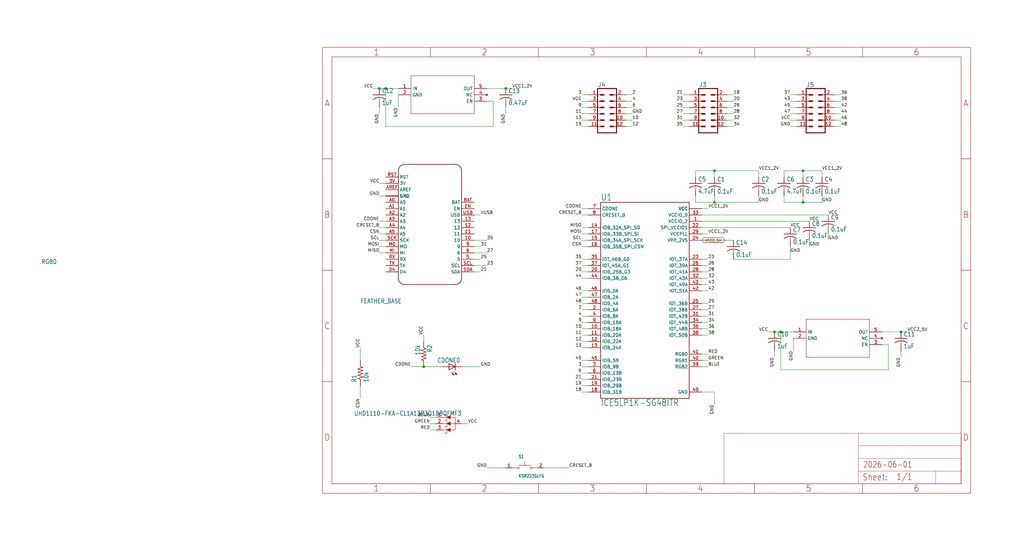
<source format=kicad_sch>
(kicad_sch (version 20231120) (generator "eeschema") (generator_version "8.0")
  (paper "User" 411.378 217.322)
  (lib_symbols
    (symbol "Lattice FPGA feather wing-eagle-import:A4L-LOC"
      (symbol "A4L-LOC_1_0"
        (polyline (pts (xy 0 44.7675) (xy 3.81 44.7675)))
        (polyline (pts (xy 0 89.535) (xy 3.81 89.535)))
        (polyline (pts (xy 0 134.3025) (xy 3.81 134.3025)))
        (polyline (pts (xy 3.81 3.81) (xy 3.81 175.26)))
        (polyline (pts (xy 43.3917 0) (xy 43.3917 3.81)))
        (polyline (pts (xy 43.3917 175.26) (xy 43.3917 179.07)))
        (polyline (pts (xy 86.7833 0) (xy 86.7833 3.81)))
        (polyline (pts (xy 86.7833 175.26) (xy 86.7833 179.07)))
        (polyline (pts (xy 130.175 0) (xy 130.175 3.81)))
        (polyline (pts (xy 130.175 175.26) (xy 130.175 179.07)))
        (polyline (pts (xy 161.29 3.81) (xy 161.29 24.13)) (stroke (width 0.1016)))
        (polyline (pts (xy 161.29 24.13) (xy 215.265 24.13)) (stroke (width 0.1016)))
        (polyline (pts (xy 173.5667 0) (xy 173.5667 3.81)))
        (polyline (pts (xy 173.5667 175.26) (xy 173.5667 179.07)))
        (polyline (pts (xy 215.265 8.89) (xy 215.265 3.81)) (stroke (width 0.1016)))
        (polyline (pts (xy 215.265 8.89) (xy 215.265 13.97)) (stroke (width 0.1016)))
        (polyline (pts (xy 215.265 13.97) (xy 215.265 19.05)) (stroke (width 0.1016)))
        (polyline (pts (xy 215.265 13.97) (xy 256.54 13.97)) (stroke (width 0.1016)))
        (polyline (pts (xy 215.265 19.05) (xy 215.265 24.13)) (stroke (width 0.1016)))
        (polyline (pts (xy 215.265 19.05) (xy 256.54 19.05)) (stroke (width 0.1016)))
        (polyline (pts (xy 215.265 24.13) (xy 256.54 24.13)) (stroke (width 0.1016)))
        (polyline (pts (xy 216.9583 0) (xy 216.9583 3.81)))
        (polyline (pts (xy 216.9583 175.26) (xy 216.9583 179.07)))
        (polyline (pts (xy 246.38 3.81) (xy 246.38 8.89)) (stroke (width 0.1016)))
        (polyline (pts (xy 246.38 8.89) (xy 215.265 8.89)) (stroke (width 0.1016)))
        (polyline (pts (xy 246.38 8.89) (xy 256.54 8.89)) (stroke (width 0.1016)))
        (polyline (pts (xy 256.54 3.81) (xy 3.81 3.81)))
        (polyline (pts (xy 256.54 3.81) (xy 256.54 8.89)) (stroke (width 0.1016)))
        (polyline (pts (xy 256.54 3.81) (xy 256.54 175.26)))
        (polyline (pts (xy 256.54 8.89) (xy 256.54 13.97)) (stroke (width 0.1016)))
        (polyline (pts (xy 256.54 13.97) (xy 256.54 19.05)) (stroke (width 0.1016)))
        (polyline (pts (xy 256.54 19.05) (xy 256.54 24.13)) (stroke (width 0.1016)))
        (polyline (pts (xy 256.54 44.7675) (xy 260.35 44.7675)))
        (polyline (pts (xy 256.54 89.535) (xy 260.35 89.535)))
        (polyline (pts (xy 256.54 134.3025) (xy 260.35 134.3025)))
        (polyline (pts (xy 256.54 175.26) (xy 3.81 175.26)))
        (polyline (pts (xy 0 0) (xy 260.35 0) (xy 260.35 179.07) (xy 0 179.07) (xy 0 0)))
        (text "${#}/${##}" (at 230.505 5.08 0) (effects (font (size 2.54 2.159)) (justify left bottom)))
        (text "${CURRENT_DATE}" (at 217.17 10.16 0) (effects (font (size 2.286 1.9431)) (justify left bottom)))
        (text "${PROJECTNAME}" (at 217.17 15.24 0) (effects (font (size 2.54 2.159)) (justify left bottom)))
        (text "1" (at 21.6958 1.905 0) (effects (font (size 2.54 2.286))))
        (text "1" (at 21.6958 177.165 0) (effects (font (size 2.54 2.286))))
        (text "2" (at 65.0875 1.905 0) (effects (font (size 2.54 2.286))))
        (text "2" (at 65.0875 177.165 0) (effects (font (size 2.54 2.286))))
        (text "3" (at 108.4792 1.905 0) (effects (font (size 2.54 2.286))))
        (text "3" (at 108.4792 177.165 0) (effects (font (size 2.54 2.286))))
        (text "4" (at 151.8708 1.905 0) (effects (font (size 2.54 2.286))))
        (text "4" (at 151.8708 177.165 0) (effects (font (size 2.54 2.286))))
        (text "5" (at 195.2625 1.905 0) (effects (font (size 2.54 2.286))))
        (text "5" (at 195.2625 177.165 0) (effects (font (size 2.54 2.286))))
        (text "6" (at 238.6542 1.905 0) (effects (font (size 2.54 2.286))))
        (text "6" (at 238.6542 177.165 0) (effects (font (size 2.54 2.286))))
        (text "A" (at 1.905 156.6863 0) (effects (font (size 2.54 2.286))))
        (text "A" (at 258.445 156.6863 0) (effects (font (size 2.54 2.286))))
        (text "B" (at 1.905 111.9188 0) (effects (font (size 2.54 2.286))))
        (text "B" (at 258.445 111.9188 0) (effects (font (size 2.54 2.286))))
        (text "C" (at 1.905 67.1513 0) (effects (font (size 2.54 2.286))))
        (text "C" (at 258.445 67.1513 0) (effects (font (size 2.54 2.286))))
        (text "D" (at 1.905 22.3838 0) (effects (font (size 2.54 2.286))))
        (text "D" (at 258.445 22.3838 0) (effects (font (size 2.54 2.286))))
        (text "Sheet:" (at 216.916 4.953 0) (effects (font (size 2.54 2.159)) (justify left bottom)))
      )
    )
    (symbol "Lattice FPGA feather wing-eagle-import:C-USC0402"
      (property "Reference" "C" (at 1.016 0.635 0))
      (symbol "C-USC0402_1_0"
        (arc (start 0 -1.0161) (mid -1.302 -1.2303) (end -2.4668 -1.8504) (stroke (width 0.254)))
        (polyline (pts (xy -2.54 0) (xy 2.54 0)) (stroke (width 0.254)))
        (polyline (pts (xy 0 -1.016) (xy 0 -2.54)) (stroke (width 0.1524)))
        (arc (start 2.4892 -1.8541) (mid 1.3158 -1.2194) (end 0 -1) (stroke (width 0.254)))
        (pin passive line (at 0 2.54 270) (length 2.54) (name "1") (number "1"))
        (pin passive line (at 0 -5.08 90) (length 2.54) (name "2") (number "2"))
      )
    )
    (symbol "Lattice FPGA feather wing-eagle-import:C-USC0603"
      (property "Reference" "C" (at 1.016 0.635 0))
      (symbol "C-USC0603_1_0"
        (arc (start 0 -1.0161) (mid -1.302 -1.2303) (end -2.4668 -1.8504) (stroke (width 0.254)))
        (polyline (pts (xy -2.54 0) (xy 2.54 0)) (stroke (width 0.254)))
        (polyline (pts (xy 0 -1.016) (xy 0 -2.54)) (stroke (width 0.1524)))
        (arc (start 2.4892 -1.8541) (mid 1.3158 -1.2194) (end 0 -1) (stroke (width 0.254)))
        (pin passive line (at 0 2.54 270) (length 2.54) (name "1") (number "1"))
        (pin passive line (at 0 -5.08 90) (length 2.54) (name "2") (number "2"))
      )
    )
    (symbol "Lattice FPGA feather wing-eagle-import:CONN_06X2NO_SILK"
      (property "Reference" "J" (at -1.27 15.748 0))
      (symbol "CONN_06X2NO_SILK_1_0"
        (polyline (pts (xy -1.27 15.24) (xy -1.27 -2.54)) (stroke (width 0.4064)))
        (polyline (pts (xy -1.27 15.24) (xy 6.35 15.24)) (stroke (width 0.4064)))
        (polyline (pts (xy 1.27 0) (xy 0 0)) (stroke (width 0.6096)))
        (polyline (pts (xy 1.27 2.54) (xy 0 2.54)) (stroke (width 0.6096)))
        (polyline (pts (xy 1.27 5.08) (xy 0 5.08)) (stroke (width 0.6096)))
        (polyline (pts (xy 1.27 7.62) (xy 0 7.62)) (stroke (width 0.6096)))
        (polyline (pts (xy 1.27 10.16) (xy 0 10.16)) (stroke (width 0.6096)))
        (polyline (pts (xy 1.27 12.7) (xy 0 12.7)) (stroke (width 0.6096)))
        (polyline (pts (xy 3.81 0) (xy 5.08 0)) (stroke (width 0.6096)))
        (polyline (pts (xy 3.81 2.54) (xy 5.08 2.54)) (stroke (width 0.6096)))
        (polyline (pts (xy 3.81 5.08) (xy 5.08 5.08)) (stroke (width 0.6096)))
        (polyline (pts (xy 3.81 7.62) (xy 5.08 7.62)) (stroke (width 0.6096)))
        (polyline (pts (xy 3.81 10.16) (xy 5.08 10.16)) (stroke (width 0.6096)))
        (polyline (pts (xy 3.81 12.7) (xy 5.08 12.7)) (stroke (width 0.6096)))
        (polyline (pts (xy 6.35 -2.54) (xy -1.27 -2.54)) (stroke (width 0.4064)))
        (polyline (pts (xy 6.35 -2.54) (xy 6.35 15.24)) (stroke (width 0.4064)))
        (pin passive line (at -5.08 12.7 0) (length 5.08) (name "1") (number "1"))
        (pin passive line (at 10.16 2.54 180) (length 5.08) (name "10") (number "10"))
        (pin passive line (at -5.08 0 0) (length 5.08) (name "11") (number "11"))
        (pin passive line (at 10.16 0 180) (length 5.08) (name "12") (number "12"))
        (pin passive line (at 10.16 12.7 180) (length 5.08) (name "2") (number "2"))
        (pin passive line (at -5.08 10.16 0) (length 5.08) (name "3") (number "3"))
        (pin passive line (at 10.16 10.16 180) (length 5.08) (name "4") (number "4"))
        (pin passive line (at -5.08 7.62 0) (length 5.08) (name "5") (number "5"))
        (pin passive line (at 10.16 7.62 180) (length 5.08) (name "6") (number "6"))
        (pin passive line (at -5.08 5.08 0) (length 5.08) (name "7") (number "7"))
        (pin passive line (at 10.16 5.08 180) (length 5.08) (name "8") (number "8"))
        (pin passive line (at -5.08 2.54 0) (length 5.08) (name "9") (number "9"))
      )
    )
    (symbol "Lattice FPGA feather wing-eagle-import:FEATHER_BASE"
      (symbol "FEATHER_BASE_1_0"
        (arc (start -12.7 -17.78) (mid -11.9561 -19.5761) (end -10.16 -20.32) (stroke (width 0.254)))
        (arc (start -10.16 27.94) (mid -11.9561 27.1961) (end -12.7 25.4) (stroke (width 0.254)))
        (polyline (pts (xy -12.7 -17.78) (xy -12.7 25.4)) (stroke (width 0.254)))
        (polyline (pts (xy -10.16 27.94) (xy 10.16 27.94)) (stroke (width 0.254)))
        (polyline (pts (xy 10.16 -20.32) (xy -10.16 -20.32)) (stroke (width 0.254)))
        (polyline (pts (xy 12.7 25.4) (xy 12.7 -17.78)) (stroke (width 0.254)))
        (arc (start 10.16 -20.32) (mid 11.9561 -19.5761) (end 12.7 -17.78) (stroke (width 0.254)))
        (arc (start 12.7 25.4) (mid 11.9561 27.1961) (end 10.16 27.94) (stroke (width 0.254)))
        (pin bidirectional line (at 17.78 -2.54 180) (length 5.08) (name "10") (number "10"))
        (pin bidirectional line (at 17.78 0 180) (length 5.08) (name "11") (number "11"))
        (pin bidirectional line (at 17.78 2.54 180) (length 5.08) (name "12") (number "12"))
        (pin bidirectional line (at 17.78 5.08 180) (length 5.08) (name "13") (number "13"))
        (pin bidirectional line (at -17.78 20.32 0) (length 5.08) (name "3V") (number "3V"))
        (pin bidirectional line (at 17.78 -10.16 180) (length 5.08) (name "5") (number "5"))
        (pin bidirectional line (at 17.78 -7.62 180) (length 5.08) (name "6") (number "6"))
        (pin bidirectional line (at 17.78 -5.08 180) (length 5.08) (name "9") (number "9"))
        (pin bidirectional line (at -17.78 12.7 0) (length 5.08) (name "A0") (number "A0"))
        (pin bidirectional line (at -17.78 10.16 0) (length 5.08) (name "A1") (number "A1"))
        (pin bidirectional line (at -17.78 7.62 0) (length 5.08) (name "A2") (number "A2"))
        (pin bidirectional line (at -17.78 5.08 0) (length 5.08) (name "A3") (number "A3"))
        (pin bidirectional line (at -17.78 2.54 0) (length 5.08) (name "A4") (number "A4"))
        (pin bidirectional line (at -17.78 0 0) (length 5.08) (name "A5") (number "A5"))
        (pin bidirectional line (at -17.78 17.78 0) (length 5.08) (name "AREF") (number "AREF"))
        (pin bidirectional line (at 17.78 12.7 180) (length 5.08) (name "BAT") (number "BAT"))
        (pin bidirectional line (at -17.78 -15.24 0) (length 5.08) (name "D4") (number "D4"))
        (pin bidirectional line (at 17.78 10.16 180) (length 5.08) (name "EN") (number "EN"))
        (pin bidirectional line (at -17.78 15.24 0) (length 5.08) (name "GND") (number "GND"))
        (pin bidirectional line (at -17.78 -5.08 0) (length 5.08) (name "MO") (number "M0"))
        (pin bidirectional line (at -17.78 -7.62 0) (length 5.08) (name "MI") (number "MI"))
        (pin bidirectional line (at -17.78 15.24 0) (length 5.08) (name "GND") (number "P$1"))
        (pin bidirectional line (at -17.78 15.24 0) (length 5.08) (name "GND") (number "P$2"))
        (pin bidirectional line (at -17.78 22.86 0) (length 5.08) (name "RST") (number "RST"))
        (pin bidirectional line (at -17.78 -10.16 0) (length 5.08) (name "RX") (number "RX"))
        (pin bidirectional line (at -17.78 -2.54 0) (length 5.08) (name "SCK") (number "SCK"))
        (pin bidirectional line (at 17.78 -12.7 180) (length 5.08) (name "SCL") (number "SCL"))
        (pin bidirectional line (at 17.78 -15.24 180) (length 5.08) (name "SDA") (number "SDA"))
        (pin bidirectional line (at -17.78 -12.7 0) (length 5.08) (name "TX") (number "TX"))
        (pin bidirectional line (at 17.78 7.62 180) (length 5.08) (name "USB") (number "USB"))
      )
    )
    (symbol "Lattice FPGA feather wing-eagle-import:ICE5LP1K-SG48ITR"
      (property "Reference" "U" (at -17.8404 41.2876 0))
      (symbol "ICE5LP1K-SG48ITR_1_0"
        (polyline (pts (xy -17.78 -38.1) (xy -17.78 40.64)) (stroke (width 0.254)))
        (polyline (pts (xy -17.78 40.64) (xy 17.78 40.64)) (stroke (width 0.254)))
        (polyline (pts (xy 17.78 -38.1) (xy -17.78 -38.1)) (stroke (width 0.254)))
        (polyline (pts (xy 17.78 40.64) (xy 17.78 -38.1)) (stroke (width 0.254)))
        (pin power_in line (at 22.86 33.02 180) (length 5.08) (name "VCCIO_2") (number "1"))
        (pin bidirectional line (at -22.86 -10.16 0) (length 5.08) (name "IOB_18A") (number "10"))
        (pin bidirectional line (at -22.86 -12.7 0) (length 5.08) (name "IOB_20A") (number "11"))
        (pin bidirectional line (at -22.86 -15.24 0) (length 5.08) (name "IOB_22A") (number "12"))
        (pin bidirectional line (at -22.86 -17.78 0) (length 5.08) (name "IOB_24A") (number "13"))
        (pin bidirectional line (at -22.86 30.48 0) (length 5.08) (name "IOB_32A_SPI_SO") (number "14"))
        (pin bidirectional line (at -22.86 25.4 0) (length 5.08) (name "IOB_34A_SPI_SCK") (number "15"))
        (pin bidirectional line (at -22.86 22.86 0) (length 5.08) (name "IOB_35B_SPI_CSN") (number "16"))
        (pin bidirectional line (at -22.86 27.94 0) (length 5.08) (name "IOB_33B_SPI_SI") (number "17"))
        (pin bidirectional line (at -22.86 -35.56 0) (length 5.08) (name "IOB_31B") (number "18"))
        (pin bidirectional line (at -22.86 -33.02 0) (length 5.08) (name "IOB_29B") (number "19"))
        (pin bidirectional line (at -22.86 -2.54 0) (length 5.08) (name "IOB_6A") (number "2"))
        (pin bidirectional line (at -22.86 12.7 0) (length 5.08) (name "IOB_25B_G3") (number "20"))
        (pin bidirectional line (at -22.86 -30.48 0) (length 5.08) (name "IOB_23B") (number "21"))
        (pin power_in line (at 22.86 30.48 180) (length 5.08) (name "SPI_VCCIO1") (number "22"))
        (pin bidirectional line (at 22.86 17.78 180) (length 5.08) (name "IOT_37A") (number "23"))
        (pin power_in line (at 22.86 25.4 180) (length 5.08) (name "VPP_2V5") (number "24"))
        (pin bidirectional line (at 22.86 0 180) (length 5.08) (name "IOT_36B") (number "25"))
        (pin bidirectional line (at 22.86 15.24 180) (length 5.08) (name "IOT_39A") (number "26"))
        (pin bidirectional line (at 22.86 -2.54 180) (length 5.08) (name "IOT_38B") (number "27"))
        (pin bidirectional line (at 22.86 12.7 180) (length 5.08) (name "IOT_41A") (number "28"))
        (pin power_in line (at 22.86 27.94 180) (length 5.08) (name "VCCPLL") (number "29"))
        (pin bidirectional line (at -22.86 -25.4 0) (length 5.08) (name "IOB_9B") (number "3"))
        (pin power_in line (at 22.86 38.1 180) (length 5.08) (name "VCC") (number "30"))
        (pin bidirectional line (at 22.86 -5.08 180) (length 5.08) (name "IOT_42B") (number "31"))
        (pin bidirectional line (at 22.86 10.16 180) (length 5.08) (name "IOT_43A") (number "32"))
        (pin power_in line (at 22.86 35.56 180) (length 5.08) (name "VCCIO_0") (number "33"))
        (pin bidirectional line (at 22.86 -7.62 180) (length 5.08) (name "IOT_44B") (number "34"))
        (pin bidirectional line (at -22.86 17.78 0) (length 5.08) (name "IOT_46B_G0") (number "35"))
        (pin bidirectional line (at 22.86 -10.16 180) (length 5.08) (name "IOT_48B") (number "36"))
        (pin bidirectional line (at -22.86 15.24 0) (length 5.08) (name "IOT_45A_G1") (number "37"))
        (pin bidirectional line (at 22.86 -12.7 180) (length 5.08) (name "IOT_50B") (number "38"))
        (pin passive line (at 22.86 -25.4 180) (length 5.08) (name "RGB2") (number "39"))
        (pin bidirectional line (at -22.86 -5.08 0) (length 5.08) (name "IOB_8A") (number "4"))
        (pin passive line (at 22.86 -22.86 180) (length 5.08) (name "RGB1") (number "40"))
        (pin passive line (at 22.86 -20.32 180) (length 5.08) (name "RGB0") (number "41"))
        (pin bidirectional line (at 22.86 5.08 180) (length 5.08) (name "IOT_51A") (number "42"))
        (pin bidirectional line (at 22.86 7.62 180) (length 5.08) (name "IOT_49A") (number "43"))
        (pin bidirectional line (at -22.86 10.16 0) (length 5.08) (name "IOB_3B_G6") (number "44"))
        (pin bidirectional line (at -22.86 -22.86 0) (length 5.08) (name "IOB_5B") (number "45"))
        (pin bidirectional line (at -22.86 5.08 0) (length 5.08) (name "IOB_0A") (number "46"))
        (pin bidirectional line (at -22.86 2.54 0) (length 5.08) (name "IOB_2A") (number "47"))
        (pin bidirectional line (at -22.86 0 0) (length 5.08) (name "IOB_4A") (number "48"))
        (pin power_in line (at 22.86 -35.56 180) (length 5.08) (name "GND") (number "49"))
        (pin power_in line (at 22.86 38.1 180) (length 5.08) (name "VCC") (number "5"))
        (pin bidirectional line (at -22.86 -27.94 0) (length 5.08) (name "IOB_13B") (number "6"))
        (pin input line (at -22.86 38.1 0) (length 5.08) (name "CDONE") (number "7"))
        (pin input line (at -22.86 35.56 0) (length 5.08) (name "CRESET_B") (number "8"))
        (pin bidirectional line (at -22.86 -7.62 0) (length 5.08) (name "IOB_16A") (number "9"))
      )
    )
    (symbol "Lattice FPGA feather wing-eagle-import:KSR223GLFG"
      (property "Reference" "S" (at -2.54 3.81 0))
      (symbol "KSR223GLFG_1_0"
        (circle (center -2.54 0) (radius 0.3302) (stroke (width 0.1524)))
        (polyline (pts (xy -5.08 0) (xy -2.921 0)) (stroke (width 0.1524)))
        (polyline (pts (xy -2.54 1.016) (xy 0 1.016)) (stroke (width 0.1524)))
        (polyline (pts (xy 0 1.016) (xy 2.54 1.016)) (stroke (width 0.1524)))
        (polyline (pts (xy 0 2.54) (xy 0 1.016)) (stroke (width 0.1524)))
        (polyline (pts (xy 5.08 0) (xy 2.921 0)) (stroke (width 0.1524)))
        (circle (center 2.54 0) (radius 0.3302) (stroke (width 0.1524)))
        (pin passive line (at -7.62 0 0) (length 2.54) (name "1") (number "1"))
        (pin passive line (at 7.62 0 180) (length 2.54) (name "2") (number "2"))
      )
    )
    (symbol "Lattice FPGA feather wing-eagle-import:LEDCHIP-LED0603"
      (property "Reference" "LED" (at 3.556 -4.572 90))
      (symbol "LEDCHIP-LED0603_1_0"
        (polyline (pts (xy -2.032 -0.762) (xy -3.429 -2.159)) (stroke (width 0.1524)))
        (polyline (pts (xy -1.905 -1.905) (xy -3.302 -3.302)) (stroke (width 0.1524)))
        (polyline (pts (xy 0 -2.54) (xy -1.27 -2.54)) (stroke (width 0.254)))
        (polyline (pts (xy 0 -2.54) (xy -1.27 0)) (stroke (width 0.254)))
        (polyline (pts (xy 0 0) (xy -1.27 0)) (stroke (width 0.254)))
        (polyline (pts (xy 0 0) (xy 0 -2.54)) (stroke (width 0.1524)))
        (polyline (pts (xy 1.27 -2.54) (xy 0 -2.54)) (stroke (width 0.254)))
        (polyline (pts (xy 1.27 0) (xy 0 -2.54)) (stroke (width 0.254)))
        (polyline (pts (xy 1.27 0) (xy 0 0)) (stroke (width 0.254)))
        (polyline (pts (xy -3.429 -2.159) (xy -3.048 -1.27) (xy -2.54 -1.778)) (stroke (width 0.1524)) (fill (type outline)))
        (polyline (pts (xy -3.302 -3.302) (xy -2.921 -2.413) (xy -2.413 -2.921)) (stroke (width 0.1524)) (fill (type outline)))
        (pin passive line (at 0 2.54 270) (length 2.54) (name "A") (number "A"))
        (pin passive line (at 0 -5.08 90) (length 2.54) (name "C") (number "C"))
      )
    )
    (symbol "Lattice FPGA feather wing-eagle-import:R-US_R0402"
      (property "Reference" "R" (at -3.81 1.4986 0))
      (symbol "R-US_R0402_1_0"
        (polyline (pts (xy -2.54 0) (xy -2.159 1.016)) (stroke (width 0.2032)))
        (polyline (pts (xy -2.159 1.016) (xy -1.524 -1.016)) (stroke (width 0.2032)))
        (polyline (pts (xy -1.524 -1.016) (xy -0.889 1.016)) (stroke (width 0.2032)))
        (polyline (pts (xy -0.889 1.016) (xy -0.254 -1.016)) (stroke (width 0.2032)))
        (polyline (pts (xy -0.254 -1.016) (xy 0.381 1.016)) (stroke (width 0.2032)))
        (polyline (pts (xy 0.381 1.016) (xy 1.016 -1.016)) (stroke (width 0.2032)))
        (polyline (pts (xy 1.016 -1.016) (xy 1.651 1.016)) (stroke (width 0.2032)))
        (polyline (pts (xy 1.651 1.016) (xy 2.286 -1.016)) (stroke (width 0.2032)))
        (polyline (pts (xy 2.286 -1.016) (xy 2.54 0)) (stroke (width 0.2032)))
        (pin passive line (at -5.08 0 0) (length 2.54) (name "1") (number "1"))
        (pin passive line (at 5.08 0 180) (length 2.54) (name "2") (number "2"))
      )
    )
    (symbol "Lattice FPGA feather wing-eagle-import:R-US_R0603"
      (property "Reference" "R" (at -3.81 1.4986 0))
      (symbol "R-US_R0603_1_0"
        (polyline (pts (xy -2.54 0) (xy -2.159 1.016)) (stroke (width 0.2032)))
        (polyline (pts (xy -2.159 1.016) (xy -1.524 -1.016)) (stroke (width 0.2032)))
        (polyline (pts (xy -1.524 -1.016) (xy -0.889 1.016)) (stroke (width 0.2032)))
        (polyline (pts (xy -0.889 1.016) (xy -0.254 -1.016)) (stroke (width 0.2032)))
        (polyline (pts (xy -0.254 -1.016) (xy 0.381 1.016)) (stroke (width 0.2032)))
        (polyline (pts (xy 0.381 1.016) (xy 1.016 -1.016)) (stroke (width 0.2032)))
        (polyline (pts (xy 1.016 -1.016) (xy 1.651 1.016)) (stroke (width 0.2032)))
        (polyline (pts (xy 1.651 1.016) (xy 2.286 -1.016)) (stroke (width 0.2032)))
        (polyline (pts (xy 2.286 -1.016) (xy 2.54 0)) (stroke (width 0.2032)))
        (pin passive line (at -5.08 0 0) (length 2.54) (name "1") (number "1"))
        (pin passive line (at 5.08 0 180) (length 2.54) (name "2") (number "2"))
      )
    )
    (symbol "Lattice FPGA feather wing-eagle-import:TLV75533PDBVRDBV5_TEX-L"
      (symbol "TLV75533PDBVRDBV5_TEX-L_1_0"
        (polyline (pts (xy 7.62 -10.16) (xy 33.02 -10.16)) (stroke (width 0.1524)))
        (polyline (pts (xy 7.62 5.08) (xy 7.62 -10.16)) (stroke (width 0.1524)))
        (polyline (pts (xy 33.02 -10.16) (xy 33.02 5.08)) (stroke (width 0.1524)))
        (polyline (pts (xy 33.02 5.08) (xy 7.62 5.08)) (stroke (width 0.1524)))
        (pin input line (at 2.54 0 0) (length 5.08) (name "IN") (number "1"))
        (pin power_in line (at 2.54 -2.54 0) (length 5.08) (name "GND") (number "2"))
        (pin input line (at 38.1 -5.08 180) (length 5.08) (name "EN") (number "3"))
        (pin no_connect line (at 38.1 -2.54 180) (length 5.08) (name "NC") (number "4"))
        (pin output line (at 38.1 0 180) (length 5.08) (name "OUT") (number "5"))
      )
    )
    (symbol "Lattice FPGA feather wing-eagle-import:UHD1110-FKA-CL1A13R3Q1BBQFMF3"
      (property "Reference" "D" (at -2.54 5.08 0))
      (symbol "UHD1110-FKA-CL1A13R3Q1BBQFMF3_1_0"
        (polyline (pts (xy 0 -2.54) (xy 0 0)) (stroke (width 0.1524)))
        (polyline (pts (xy 0 0) (xy 0 2.54)) (stroke (width 0.1524)))
        (polyline (pts (xy 2.032 -2.54) (xy 0 -2.54)) (stroke (width 0.1524)))
        (polyline (pts (xy 2.032 0) (xy 0 0)) (stroke (width 0.1524)))
        (polyline (pts (xy 2.032 2.54) (xy 0 2.54)) (stroke (width 0.1524)))
        (polyline (pts (xy 3.302 -3.302) (xy 3.302 -1.778)) (stroke (width 0.1524)))
        (polyline (pts (xy 3.302 -2.54) (xy 5.08 -2.54)) (stroke (width 0.1524)))
        (polyline (pts (xy 3.302 -0.762) (xy 3.302 0.762)) (stroke (width 0.1524)))
        (polyline (pts (xy 3.302 0) (xy 5.08 0)) (stroke (width 0.1524)))
        (polyline (pts (xy 3.302 1.778) (xy 3.302 3.302)) (stroke (width 0.1524)))
        (polyline (pts (xy 3.302 2.54) (xy 5.08 2.54)) (stroke (width 0.1524)))
        (polyline (pts (xy 3.81 -1.016) (xy 3.048 -1.524)) (stroke (width 0.127)))
        (polyline (pts (xy 3.81 1.524) (xy 3.048 1.016)) (stroke (width 0.127)))
        (polyline (pts (xy 3.81 4.064) (xy 3.048 3.556)) (stroke (width 0.127)))
        (polyline (pts (xy 4.318 -1.016) (xy 3.556 -1.524)) (stroke (width 0.127)))
        (polyline (pts (xy 4.318 1.524) (xy 3.556 1.016)) (stroke (width 0.127)))
        (polyline (pts (xy 4.318 4.064) (xy 3.556 3.556)) (stroke (width 0.127)))
        (polyline (pts (xy 3.302 -2.54) (xy 2.032 -3.302) (xy 2.032 -1.778)) (stroke (width 0.1524)) (fill (type outline)))
        (polyline (pts (xy 3.302 0) (xy 2.032 -0.762) (xy 2.032 0.762)) (stroke (width 0.1524)) (fill (type outline)))
        (polyline (pts (xy 3.302 2.54) (xy 2.032 1.778) (xy 2.032 3.302)) (stroke (width 0.1524)) (fill (type outline)))
        (pin passive line (at 7.62 -2.54 180) (length 2.54) (name "BLUE") (number "1"))
        (pin passive line (at 7.62 0 180) (length 2.54) (name "GREEN") (number "2"))
        (pin passive line (at 7.62 2.54 180) (length 2.54) (name "RED") (number "3"))
        (pin passive line (at -2.54 0 0) (length 2.54) (name "ANODE") (number "4"))
      )
    )
  )
  (junction (at 152.4 35.56))
  (junction (at 313.69 133.35))
  (junction (at 361.95 133.35))
  (junction (at 322.58 68.58))
  (junction (at 322.58 81.28))
  (junction (at 287.02 68.58))
  (junction (at 170.18 147.32))
  (junction (at 203.2 35.56))
  (junction (at 287.02 81.28))
  (junction (at 154.94 35.56))
  (junction (at 311.15 133.35))
  (wire (pts (xy 236.22 111.76) (xy 233.68 111.76)) (stroke (width 0.1524)))
  (wire (pts (xy 236.22 154.94) (xy 233.68 154.94)) (stroke (width 0.1524)))
  (wire (pts (xy 313.69 133.35) (xy 311.15 133.35)) (stroke (width 0.1524)))
  (wire (pts (xy 236.22 40.64) (xy 233.68 40.64)) (stroke (width 0.1524)))
  (wire (pts (xy 152.4 43.18) (xy 152.4 45.72)) (stroke (width 0.1524)))
  (wire (pts (xy 276.86 45.72) (xy 274.32 45.72)) (stroke (width 0.1524)))
  (wire (pts (xy 287.02 68.58) (xy 304.8 68.58)) (stroke (width 0.1524)))
  (wire (pts (xy 332.74 93.98) (xy 332.74 96.52)) (stroke (width 0.1524)))
  (wire (pts (xy 236.22 121.92) (xy 233.68 121.92)) (stroke (width 0.1524)))
  (wire (pts (xy 170.18 137.16) (xy 170.18 134.62)) (stroke (width 0.1524)))
  (wire (pts (xy 281.94 134.62) (xy 284.48 134.62)) (stroke (width 0.1524)))
  (wire (pts (xy 175.26 167.64) (xy 172.72 167.64)) (stroke (width 0.1524)))
  (wire (pts (xy 330.2 81.28) (xy 330.2 78.74)) (stroke (width 0.1524)))
  (wire (pts (xy 292.1 40.64) (xy 294.64 40.64)) (stroke (width 0.1524)))
  (wire (pts (xy 175.26 170.18) (xy 172.72 170.18)) (stroke (width 0.1524)))
  (wire (pts (xy 356.87 138.43) (xy 354.33 138.43)) (stroke (width 0.1524)))
  (wire (pts (xy 318.77 135.89) (xy 318.77 140.97)) (stroke (width 0.1524)))
  (wire (pts (xy 330.2 68.58) (xy 330.2 71.12)) (stroke (width 0.1524)))
  (wire (pts (xy 335.28 43.18) (xy 337.82 43.18)) (stroke (width 0.1524)))
  (wire (pts (xy 318.77 133.35) (xy 313.69 133.35)) (stroke (width 0.1524)))
  (wire (pts (xy 154.94 35.56) (xy 154.94 50.8)) (stroke (width 0.1524)))
  (wire (pts (xy 236.22 38.1) (xy 233.68 38.1)) (stroke (width 0.1524)))
  (wire (pts (xy 236.22 104.14) (xy 233.68 104.14)) (stroke (width 0.1524)))
  (wire (pts (xy 236.22 109.22) (xy 233.68 109.22)) (stroke (width 0.1524)))
  (wire (pts (xy 314.96 81.28) (xy 322.58 81.28)) (stroke (width 0.1524)))
  (wire (pts (xy 236.22 132.08) (xy 233.68 132.08)) (stroke (width 0.1524)))
  (wire (pts (xy 304.8 81.28) (xy 304.8 78.74)) (stroke (width 0.1524)))
  (wire (pts (xy 236.22 124.46) (xy 233.68 124.46)) (stroke (width 0.1524)))
  (wire (pts (xy 190.5 99.06) (xy 193.04 99.06)) (stroke (width 0.1524)))
  (wire (pts (xy 281.94 83.82) (xy 284.48 83.82)) (stroke (width 0.1524)))
  (wire (pts (xy 170.18 147.32) (xy 165.1 147.32)) (stroke (width 0.1524)))
  (wire (pts (xy 144.78 144.78) (xy 144.78 139.7)) (stroke (width 0.1524)))
  (wire (pts (xy 311.15 140.97) (xy 311.15 143.51)) (stroke (width 0.1524)))
  (wire (pts (xy 279.4 71.12) (xy 279.4 68.58)) (stroke (width 0.1524)))
  (wire (pts (xy 292.1 45.72) (xy 294.64 45.72)) (stroke (width 0.1524)))
  (wire (pts (xy 236.22 50.8) (xy 233.68 50.8)) (stroke (width 0.1524)))
  (wire (pts (xy 317.5 100.33) (xy 317.5 104.14)))
  (wire (pts (xy 236.22 48.26) (xy 233.68 48.26)) (stroke (width 0.1524)))
  (wire (pts (xy 361.95 140.97) (xy 361.95 143.51)) (stroke (width 0.1524)))
  (wire (pts (xy 190.5 86.36) (xy 193.04 86.36)) (stroke (width 0.1524)))
  (wire (pts (xy 292.1 48.26) (xy 294.64 48.26)) (stroke (width 0.1524)))
  (wire (pts (xy 317.5 99.06) (xy 317.5 101.6)) (stroke (width 0.1524)))
  (wire (pts (xy 195.58 35.56) (xy 203.2 35.56)) (stroke (width 0.1524)))
  (wire (pts (xy 356.87 148.59) (xy 356.87 138.43)) (stroke (width 0.1524)))
  (wire (pts (xy 190.5 101.6) (xy 195.58 101.6)) (stroke (width 0.1524)))
  (wire (pts (xy 236.22 43.18) (xy 233.68 43.18)) (stroke (width 0.1524)))
  (wire (pts (xy 236.22 91.44) (xy 233.68 91.44)) (stroke (width 0.1524)))
  (wire (pts (xy 322.58 81.28) (xy 330.2 81.28)) (stroke (width 0.1524)))
  (wire (pts (xy 314.96 71.12) (xy 314.96 68.58)) (stroke (width 0.1524)))
  (wire (pts (xy 154.94 99.06) (xy 152.4 99.06)) (stroke (width 0.1524)))
  (wire (pts (xy 320.04 43.18) (xy 317.5 43.18)) (stroke (width 0.1524)))
  (wire (pts (xy 281.94 129.54) (xy 284.48 129.54)) (stroke (width 0.1524)))
  (wire (pts (xy 236.22 119.38) (xy 233.68 119.38)) (stroke (width 0.1524)))
  (wire (pts (xy 294.64 104.14) (xy 317.5 104.14)))
  (wire (pts (xy 287.02 71.12) (xy 287.02 68.58)) (stroke (width 0.1524)))
  (wire (pts (xy 154.94 50.8) (xy 198.12 50.8)) (stroke (width 0.1524)))
  (wire (pts (xy 314.96 68.58) (xy 322.58 68.58)) (stroke (width 0.1524)))
  (wire (pts (xy 322.58 71.12) (xy 322.58 68.58)) (stroke (width 0.1524)))
  (wire (pts (xy 190.5 109.22) (xy 193.04 109.22)) (stroke (width 0.1524)))
  (wire (pts (xy 236.22 83.82) (xy 233.68 83.82)) (stroke (width 0.1524)))
  (wire (pts (xy 281.94 111.76) (xy 284.48 111.76)) (stroke (width 0.1524)))
  (wire (pts (xy 236.22 93.98) (xy 233.68 93.98)) (stroke (width 0.1524)))
  (wire (pts (xy 154.94 91.44) (xy 152.4 91.44)) (stroke (width 0.1524)))
  (wire (pts (xy 361.95 133.35) (xy 364.49 133.35)) (stroke (width 0.1524)))
  (wire (pts (xy 154.94 35.56) (xy 152.4 35.56)) (stroke (width 0.1524)))
  (wire (pts (xy 287.02 78.74) (xy 287.02 81.28)) (stroke (width 0.1524)))
  (wire (pts (xy 279.4 68.58) (xy 287.02 68.58)) (stroke (width 0.1524)))
  (wire (pts (xy 276.86 43.18) (xy 274.32 43.18)) (stroke (width 0.1524)))
  (wire (pts (xy 276.86 48.26) (xy 274.32 48.26)) (stroke (width 0.1524)))
  (wire (pts (xy 320.04 48.26) (xy 317.5 48.26)) (stroke (width 0.1524)))
  (wire (pts (xy 281.94 132.08) (xy 284.48 132.08)) (stroke (width 0.1524)))
  (wire (pts (xy 335.28 40.64) (xy 337.82 40.64)) (stroke (width 0.1524)))
  (wire (pts (xy 276.86 50.8) (xy 274.32 50.8)) (stroke (width 0.1524)))
  (wire (pts (xy 236.22 139.7) (xy 233.68 139.7)) (stroke (width 0.1524)))
  (wire (pts (xy 279.4 81.28) (xy 279.4 78.74)) (stroke (width 0.1524)))
  (wire (pts (xy 320.04 38.1) (xy 317.5 38.1)) (stroke (width 0.1524)))
  (wire (pts (xy 281.94 86.36) (xy 332.74 86.36)) (stroke (width 0.1524)))
  (wire (pts (xy 314.96 78.74) (xy 314.96 81.28)) (stroke (width 0.1524)))
  (wire (pts (xy 170.18 147.32) (xy 177.8 147.32)) (stroke (width 0.1524)))
  (wire (pts (xy 236.22 147.32) (xy 233.68 147.32)) (stroke (width 0.1524)))
  (wire (pts (xy 185.42 170.18) (xy 187.96 170.18)) (stroke (width 0.1524)))
  (wire (pts (xy 276.86 40.64) (xy 274.32 40.64)) (stroke (width 0.1524)))
  (wire (pts (xy 335.28 38.1) (xy 337.82 38.1)) (stroke (width 0.1524)))
  (wire (pts (xy 281.94 106.68) (xy 284.48 106.68)) (stroke (width 0.1524)))
  (wire (pts (xy 320.04 45.72) (xy 317.5 45.72)) (stroke (width 0.1524)))
  (wire (pts (xy 190.5 104.14) (xy 193.04 104.14)) (stroke (width 0.1524)))
  (wire (pts (xy 236.22 106.68) (xy 233.68 106.68)) (stroke (width 0.1524)))
  (wire (pts (xy 276.86 38.1) (xy 274.32 38.1)) (stroke (width 0.1524)))
  (wire (pts (xy 185.42 147.32) (xy 193.04 147.32)) (stroke (width 0.1524)))
  (wire (pts (xy 154.94 78.74) (xy 152.4 78.74)) (stroke (width 0.1524)))
  (wire (pts (xy 281.94 157.48) (xy 287.02 157.48)) (stroke (width 0.1524)))
  (wire (pts (xy 144.78 154.94) (xy 144.78 160.02)) (stroke (width 0.1524)))
  (wire (pts (xy 203.2 187.96) (xy 195.58 187.96)) (stroke (width 0.1524)))
  (wire (pts (xy 281.94 93.98) (xy 284.48 93.98)) (stroke (width 0.1524)))
  (wire (pts (xy 320.04 40.64) (xy 317.5 40.64)) (stroke (width 0.1524)))
  (wire (pts (xy 236.22 152.4) (xy 233.68 152.4)) (stroke (width 0.1524)))
  (wire (pts (xy 281.94 147.32) (xy 284.48 147.32)) (stroke (width 0.1524)))
  (wire (pts (xy 281.94 124.46) (xy 284.48 124.46)) (stroke (width 0.1524)))
  (wire (pts (xy 236.22 137.16) (xy 233.68 137.16)) (stroke (width 0.1524)))
  (wire (pts (xy 152.4 35.56) (xy 149.86 35.56)) (stroke (width 0.1524)))
  (wire (pts (xy 335.28 48.26) (xy 337.82 48.26)) (stroke (width 0.1524)))
  (wire (pts (xy 335.28 45.72) (xy 337.82 45.72)) (stroke (width 0.1524)))
  (wire (pts (xy 287.02 157.48) (xy 287.02 162.56)) (stroke (width 0.1524)))
  (wire (pts (xy 311.15 133.35) (xy 308.61 133.35)) (stroke (width 0.1524)))
  (wire (pts (xy 154.94 93.98) (xy 152.4 93.98)) (stroke (width 0.1524)))
  (wire (pts (xy 313.69 148.59) (xy 356.87 148.59)) (stroke (width 0.1524)))
  (wire (pts (xy 236.22 144.78) (xy 233.68 144.78)) (stroke (width 0.1524)))
  (wire (pts (xy 251.46 48.26) (xy 254 48.26)) (stroke (width 0.1524)))
  (wire (pts (xy 236.22 149.86) (xy 233.68 149.86)) (stroke (width 0.1524)))
  (wire (pts (xy 154.94 88.9) (xy 152.4 88.9)) (stroke (width 0.1524)))
  (wire (pts (xy 287.02 81.28) (xy 279.4 81.28)) (stroke (width 0.1524)))
  (wire (pts (xy 281.94 114.3) (xy 284.48 114.3)) (stroke (width 0.1524)))
  (wire (pts (xy 190.5 106.68) (xy 195.58 106.68)) (stroke (width 0.1524)))
  (wire (pts (xy 154.94 101.6) (xy 152.4 101.6)) (stroke (width 0.1524)))
  (wire (pts (xy 236.22 157.48) (xy 233.68 157.48)) (stroke (width 0.1524)))
  (wire (pts (xy 287.02 81.28) (xy 304.8 81.28)) (stroke (width 0.1524)))
  (wire (pts (xy 292.1 43.18) (xy 294.64 43.18)) (stroke (width 0.1524)))
  (wire (pts (xy 322.58 78.74) (xy 322.58 81.28)) (stroke (width 0.1524)))
  (wire (pts (xy 203.2 35.56) (xy 205.74 35.56)) (stroke (width 0.1524)))
  (wire (pts (xy 198.12 50.8) (xy 198.12 40.64)) (stroke (width 0.1524)))
  (wire (pts (xy 251.46 45.72) (xy 254 45.72)) (stroke (width 0.1524)))
  (wire (pts (xy 313.69 133.35) (xy 313.69 148.59)) (stroke (width 0.1524)))
  (wire (pts (xy 354.33 133.35) (xy 361.95 133.35)) (stroke (width 0.1524)))
  (wire (pts (xy 281.94 88.9) (xy 325.12 88.9)) (stroke (width 0.1524)))
  (wire (pts (xy 236.22 129.54) (xy 233.68 129.54)) (stroke (width 0.1524)))
  (wire (pts (xy 281.94 116.84) (xy 284.48 116.84)) (stroke (width 0.1524)))
  (wire (pts (xy 292.1 50.8) (xy 294.64 50.8)) (stroke (width 0.1524)))
  (wire (pts (xy 281.94 144.78) (xy 284.48 144.78)) (stroke (width 0.1524)))
  (wire (pts (xy 236.22 134.62) (xy 233.68 134.62)) (stroke (width 0.1524)))
  (wire (pts (xy 281.94 104.14) (xy 284.48 104.14)) (stroke (width 0.1524)))
  (wire (pts (xy 251.46 40.64) (xy 254 40.64)) (stroke (width 0.1524)))
  (wire (pts (xy 236.22 86.36) (xy 233.68 86.36)) (stroke (width 0.1524)))
  (wire (pts (xy 325.12 96.52) (xy 325.12 99.06)) (stroke (width 0.1524)))
  (wire (pts (xy 236.22 45.72) (xy 233.68 45.72)) (stroke (width 0.1524)))
  (wire (pts (xy 198.12 40.64) (xy 195.58 40.64)) (stroke (width 0.1524)))
  (wire (pts (xy 236.22 99.06) (xy 233.68 99.06)) (stroke (width 0.1524)))
  (wire (pts (xy 154.94 96.52) (xy 152.4 96.52)) (stroke (width 0.1524)))
  (wire (pts (xy 281.94 109.22) (xy 284.48 109.22)) (stroke (width 0.1524)))
  (wire (pts (xy 175.26 172.72) (xy 172.72 172.72)) (stroke (width 0.1524)))
  (wire (pts (xy 236.22 127) (xy 233.68 127)) (stroke (width 0.1524)))
  (wire (pts (xy 236.22 96.52) (xy 233.68 96.52)) (stroke (width 0.1524)))
  (wire (pts (xy 160.02 35.56) (xy 154.94 35.56)) (stroke (width 0.1524)))
  (wire (pts (xy 281.94 121.92) (xy 284.48 121.92)) (stroke (width 0.1524)))
  (wire (pts (xy 251.46 38.1) (xy 254 38.1)) (stroke (width 0.1524)))
  (wire (pts (xy 154.94 73.66) (xy 152.4 73.66)) (stroke (width 0.1524)))
  (wire (pts (xy 203.2 43.18) (xy 203.2 45.72)) (stroke (width 0.1524)))
  (wire (pts (xy 251.46 50.8) (xy 254 50.8)) (stroke (width 0.1524)))
  (wire (pts (xy 218.44 187.96) (xy 228.6 187.96)) (stroke (width 0.1524)))
  (wire (pts (xy 281.94 91.44) (xy 317.5 91.44)) (stroke (width 0.1524)))
  (wire (pts (xy 292.1 38.1) (xy 294.64 38.1)) (stroke (width 0.1524)))
  (wire (pts (xy 236.22 116.84) (xy 233.68 116.84)) (stroke (width 0.1524)))
  (wire (pts (xy 281.94 96.52) (xy 294.64 96.52)))
  (wire (pts (xy 251.46 43.18) (xy 254 43.18)) (stroke (width 0.1524)))
  (wire (pts (xy 335.28 50.8) (xy 337.82 50.8)) (stroke (width 0.1524)))
  (wire (pts (xy 322.58 68.58) (xy 330.2 68.58)) (stroke (width 0.1524)))
  (wire (pts (xy 190.5 96.52) (xy 195.58 96.52)) (stroke (width 0.1524)))
  (wire (pts (xy 320.04 50.8) (xy 317.5 50.8)) (stroke (width 0.1524)))
  (wire (pts (xy 304.8 68.58) (xy 304.8 71.12)) (stroke (width 0.1524)))
  (wire (pts (xy 281.94 127) (xy 284.48 127)) (stroke (width 0.1524)))
  (wire (pts (xy 160.02 38.1) (xy 160.02 43.18)) (stroke (width 0.1524)))
  (wire (pts (xy 281.94 142.24) (xy 284.48 142.24)) (stroke (width 0.1524)))
  (label "VCC1_2V" (at 205.74 35.56 0) (effects (font (size 1.2446 1.2446))))
  (label "18" (at 233.68 157.48 180) (effects (font (size 1.2446 1.2446))))
  (label "11" (at 233.68 45.72 180) (effects (font (size 1.2446 1.2446))))
  (label "43" (at 284.48 114.3 0) (effects (font (size 1.2446 1.2446))))
  (label "12" (at 233.68 137.16 180) (effects (font (size 1.2446 1.2446))))
  (label "36" (at 337.82 38.1 0) (effects (font (size 1.2446 1.2446))))
  (label "28" (at 284.48 109.22 0) (effects (font (size 1.2446 1.2446))))
  (label "21" (at 193.04 109.22 0) (effects (font (size 1.2446 1.2446))))
  (label "34" (at 294.64 50.8 0) (effects (font (size 1.2446 1.2446))))
  (label "GND" (at 152.4 45.72 270) (effects (font (size 1.2446 1.2446))))
  (label "GND" (at 311.15 143.51 270) (effects (font (size 1.2446 1.2446))))
  (label "32" (at 284.48 111.76 0) (effects (font (size 1.2446 1.2446))))
  (label "35" (at 233.68 104.14 180) (effects (font (size 1.2446 1.2446))))
  (label "21" (at 233.68 152.4 180) (effects (font (size 1.2446 1.2446))))
  (label "VCC" (at 170.18 134.62 90) (effects (font (size 1.2446 1.2446))))
  (label "2" (at 233.68 124.46 180) (effects (font (size 1.2446 1.2446))))
  (label "VCC" (at 233.68 40.64 180) (effects (font (size 1.2446 1.2446))))
  (label "CDONE" (at 233.68 83.82 180) (effects (font (size 1.2446 1.2446))))
  (label "CRESET_B" (at 233.68 86.36 180) (effects (font (size 1.2446 1.2446))))
  (label "MOSI" (at 233.68 93.98 180) (effects (font (size 1.2446 1.2446))))
  (label "37" (at 233.68 106.68 180) (effects (font (size 1.2446 1.2446))))
  (label "43" (at 317.5 40.64 180) (effects (font (size 1.2446 1.2446))))
  (label "19" (at 233.68 154.94 180) (effects (font (size 1.2446 1.2446))))
  (label "48" (at 337.82 50.8 0) (effects (font (size 1.2446 1.2446))))
  (label "3" (at 233.68 147.32 180) (effects (font (size 1.2446 1.2446))))
  (label "GREEN" (at 172.72 170.18 180) (effects (font (size 1.2446 1.2446))))
  (label "CSN" (at 152.4 93.98 180) (effects (font (size 1.2446 1.2446))))
  (label "13" (at 233.68 48.26 180) (effects (font (size 1.2446 1.2446))))
  (label "CRESET_B" (at 152.4 91.44 180) (effects (font (size 1.2446 1.2446))))
  (label "GND" (at 304.8 81.28 0) (effects (font (size 1.2446 1.2446))))
  (label "45" (at 233.68 144.78 180) (effects (font (size 1.2446 1.2446))))
  (label "27" (at 274.32 45.72 180) (effects (font (size 1.2446 1.2446))))
  (label "47" (at 317.5 45.72 180) (effects (font (size 1.2446 1.2446))))
  (label "MOSI" (at 152.4 99.06 180) (effects (font (size 1.2446 1.2446))))
  (label "3" (at 233.68 38.1 180) (effects (font (size 1.2446 1.2446))))
  (label "37" (at 317.5 38.1 180) (effects (font (size 1.2446 1.2446))))
  (label "47" (at 233.68 119.38 180) (effects (font (size 1.2446 1.2446))))
  (label "GND" (at 195.58 187.96 180) (effects (font (size 1.2446 1.2446))))
  (label "10" (at 254 48.26 0) (effects (font (size 1.2446 1.2446))))
  (label "46" (at 233.68 116.84 180) (effects (font (size 1.2446 1.2446))))
  (label "GND" (at 330.2 81.28 0) (effects (font (size 1.2446 1.2446))))
  (label "GND" (at 317.5 101.6 0) (effects (font (size 1.2446 1.2446))))
  (label "20" (at 233.68 109.22 180) (effects (font (size 1.2446 1.2446))))
  (label "GND" (at 193.04 147.32 0) (effects (font (size 1.2446 1.2446))))
  (label "25" (at 284.48 121.92 0) (effects (font (size 1.2446 1.2446))))
  (label "13" (at 233.68 139.7 180) (effects (font (size 1.2446 1.2446))))
  (label "CRESET_B" (at 228.6 187.96 0) (effects (font (size 1.2446 1.2446))))
  (label "6" (at 254 43.18 0) (effects (font (size 1.2446 1.2446))))
  (label "25" (at 193.04 104.14 0) (effects (font (size 1.2446 1.2446))))
  (label "VCC1_2V" (at 304.8 68.58 0) (effects (font (size 1.2446 1.2446))))
  (label "26" (at 284.48 106.68 0) (effects (font (size 1.2446 1.2446))))
  (label "VCC1_2V" (at 330.2 68.58 0) (effects (font (size 1.2446 1.2446))))
  (label "42" (at 284.48 116.84 0) (effects (font (size 1.2446 1.2446))))
  (label "19" (at 233.68 50.8 180) (effects (font (size 1.2446 1.2446))))
  (label "36" (at 284.48 132.08 0) (effects (font (size 1.2446 1.2446))))
  (label "28" (at 294.64 45.72 0) (effects (font (size 1.2446 1.2446))))
  (label "11" (at 233.68 134.62 180) (effects (font (size 1.2446 1.2446))))
  (label "BLUE" (at 284.48 147.32 0) (effects (font (size 1.2446 1.2446))))
  (label "VCC" (at 187.96 170.18 0) (effects (font (size 1.2446 1.2446))))
  (label "25" (at 274.32 43.18 180) (effects (font (size 1.2446 1.2446))))
  (label "VCC" (at 144.78 139.7 90) (effects (font (size 1.2446 1.2446))))
  (label "31" (at 193.04 99.06 0) (effects (font (size 1.2446 1.2446))))
  (label "34" (at 284.48 129.54 0) (effects (font (size 1.2446 1.2446))))
  (label "GND" (at 203.2 45.72 270) (effects (font (size 1.2446 1.2446))))
  (label "4" (at 254 40.64 0) (effects (font (size 1.2446 1.2446))))
  (label "MISO" (at 152.4 101.6 180) (effects (font (size 1.2446 1.2446))))
  (label "23" (at 284.48 104.14 0) (effects (font (size 1.2446 1.2446))))
  (label "VCC" (at 152.4 73.66 180) (effects (font (size 1.2446 1.2446))))
  (label "10" (at 233.68 132.08 180) (effects (font (size 1.2446 1.2446))))
  (label "31" (at 284.48 127 0) (effects (font (size 1.2446 1.2446))))
  (label "VCC" (at 308.61 133.35 180) (effects (font (size 1.2446 1.2446))))
  (label "GND" (at 361.95 143.51 270) (effects (font (size 1.2446 1.2446))))
  (label "27" (at 195.58 101.6 0) (effects (font (size 1.2446 1.2446))))
  (label "VCC" (at 317.5 91.44 0) (effects (font (size 1.2446 1.2446))))
  (label "GND" (at 254 45.72 0) (effects (font (size 1.2446 1.2446))))
  (label "23" (at 274.32 40.64 180) (effects (font (size 1.2446 1.2446))))
  (label "32" (at 294.64 48.26 0) (effects (font (size 1.2446 1.2446))))
  (label "4" (at 233.68 127 180) (effects (font (size 1.2446 1.2446))))
  (label "31" (at 274.32 48.26 180) (effects (font (size 1.2446 1.2446))))
  (label "SCL" (at 152.4 96.52 180) (effects (font (size 1.2446 1.2446))))
  (label "VUSB" (at 193.04 86.36 0) (effects (font (size 1.2446 1.2446))))
  (label "GND" (at 332.74 96.52 0) (effects (font (size 1.2446 1.2446))))
  (label "27" (at 284.48 124.46 0) (effects (font (size 1.2446 1.2446))))
  (label "38" (at 337.82 40.64 0) (effects (font (size 1.2446 1.2446))))
  (label "23" (at 195.58 106.68 0) (effects (font (size 1.2446 1.2446))))
  (label "RED" (at 284.48 142.24 0) (effects (font (size 1.2446 1.2446))))
  (label "21" (at 274.32 38.1 180) (effects (font (size 1.2446 1.2446))))
  (label "BLUE" (at 172.72 167.64 180) (effects (font (size 1.2446 1.2446))))
  (label "RED" (at 172.72 172.72 180) (effects (font (size 1.2446 1.2446))))
  (label "44" (at 337.82 45.72 0) (effects (font (size 1.2446 1.2446))))
  (label "VCC2_5V" (at 364.49 133.35 0) (effects (font (size 1.2446 1.2446))))
  (label "GND" (at 317.5 50.8 180) (effects (font (size 1.2446 1.2446))))
  (label "GND" (at 287.02 162.56 270) (effects (font (size 1.2446 1.2446))))
  (label "44" (at 233.68 111.76 180) (effects (font (size 1.2446 1.2446))))
  (label "VCC" (at 317.5 48.26 180) (effects (font (size 1.2446 1.2446))))
  (label "42" (at 337.82 43.18 0) (effects (font (size 1.2446 1.2446))))
  (label "VCC1_2V" (at 284.48 83.82 0) (effects (font (size 1.2446 1.2446))))
  (label "CSN" (at 233.68 99.06 180) (effects (font (size 1.2446 1.2446))))
  (label "35" (at 195.58 96.52 0) (effects (font (size 1.2446 1.2446))))
  (label "GND" (at 152.4 78.74 180) (effects (font (size 1.2446 1.2446))))
  (label "26" (at 294.64 43.18 0) (effects (font (size 1.2446 1.2446))))
  (label "46" (at 337.82 48.26 0) (effects (font (size 1.2446 1.2446))))
  (label "6" (at 233.68 149.86 180) (effects (font (size 1.2446 1.2446))))
  (label "45" (at 317.5 43.18 180) (effects (font (size 1.2446 1.2446))))
  (label "38" (at 284.48 134.62 0) (effects (font (size 1.2446 1.2446))))
  (label "GND" (at 318.77 140.97 270) (effects (font (size 1.2446 1.2446))))
  (label "VCC" (at 149.86 35.56 180) (effects (font (size 1.2446 1.2446))))
  (label "MISO" (at 233.68 91.44 180) (effects (font (size 1.2446 1.2446))))
  (label "9" (at 233.68 129.54 180) (effects (font (size 1.2446 1.2446))))
  (label "12" (at 254 50.8 0) (effects (font (size 1.2446 1.2446))))
  (label "2" (at 254 38.1 0) (effects (font (size 1.2446 1.2446))))
  (label "VCC1_2V" (at 284.48 93.98 0) (effects (font (size 1.2446 1.2446))))
  (label "VCC" (at 325.12 88.9 0) (effects (font (size 1.2446 1.2446))))
  (label "35" (at 274.32 50.8 180) (effects (font (size 1.2446 1.2446))))
  (label "VCC" (at 332.74 86.36 0) (effects (font (size 1.2446 1.2446))))
  (label "20" (at 294.64 40.64 0) (effects (font (size 1.2446 1.2446))))
  (label "GND" (at 160.02 43.18 270) (effects (font (size 1.2446 1.2446))))
  (label "9" (at 233.68 43.18 180) (effects (font (size 1.2446 1.2446))))
  (label "CSN" (at 144.78 160.02 270) (effects (font (size 1.2446 1.2446))))
  (label "GND" (at 325.12 99.06 0) (effects (font (size 1.2446 1.2446))))
  (label "48" (at 233.68 121.92 180) (effects (font (size 1.2446 1.2446))))
  (label "SCL" (at 233.68 96.52 180) (effects (font (size 1.2446 1.2446))))
  (label "CDONE" (at 165.1 147.32 180) (effects (font (size 1.2446 1.2446))))
  (label "CDONE" (at 152.4 88.9 180) (effects (font (size 1.2446 1.2446))))
  (label "18" (at 294.64 38.1 0) (effects (font (size 1.2446 1.2446))))
  (label "GREEN" (at 284.48 144.78 0) (effects (font (size 1.2446 1.2446))))
  (global_label "VCC2_5V" (shape bidirectional) (at 281.94 96.52 0) (effects (font (size 1.016 1.016))) (property "Intersheetrefs" "${INTERSHEET_REFS}" (effects (hide yes))))
  (symbol (lib_id "Lattice FPGA feather wing-eagle-import:CONN_06X2NO_SILK") (at 325.12 50.8 0) (unit 1)
    (property "Reference" "J5" (at 323.85 35.052 0) (effects (font (size 1.778 1.778)) (justify left bottom)))
    (property "Value" "2X6 FEMALE" (effects (hide yes)))
    (property "Footprint" "Lattice FPGA feather wing:2X6_NOSILK" (effects (hide yes)))
  )
  (symbol (lib_id "Lattice FPGA feather wing-eagle-import:C-USC0402") (at 304.8 73.66 0) (unit 1)
    (property "Reference" "C2" (at 305.816 73.025 0) (effects (font (size 1.778 1.5113)) (justify left bottom)))
    (property "Value" "0.1uF" (at 305.816 77.851 0) (effects (font (size 1.778 1.5113)) (justify left bottom)))
    (property "Footprint" "Lattice FPGA feather wing:C0402" (effects (hide yes)))
  )
  (symbol (lib_id "Lattice FPGA feather wing-eagle-import:C-USC0402") (at 330.2 73.66 0) (unit 1)
    (property "Reference" "C4" (at 331.216 73.025 0) (effects (font (size 1.778 1.5113)) (justify left bottom)))
    (property "Value" "0.1uF" (at 331.216 77.851 0) (effects (font (size 1.778 1.5113)) (justify left bottom)))
    (property "Footprint" "Lattice FPGA feather wing:C0402" (effects (hide yes)))
  )
  (symbol (lib_id "Lattice FPGA feather wing-eagle-import:ICE5LP1K-SG48ITR") (at 259.08 121.92 0) (unit 1)
    (property "Reference" "U1" (at 241.2396 80.6324 0) (effects (font (size 2.5486 2.1663)) (justify left bottom)))
    (property "Value" "ICE5LP1K-SG48ITR" (at 241.2617 163.1565 0) (effects (font (size 2.5454 2.1635)) (justify left bottom)))
    (property "Footprint" "Lattice FPGA feather wing:QFN50P700X700X100-49N" (effects (hide yes)))
  )
  (symbol (lib_id "Lattice FPGA feather wing-eagle-import:CONN_06X2NO_SILK") (at 241.3 50.8 0) (unit 1)
    (property "Reference" "J4" (at 240.03 35.052 0) (effects (font (size 1.778 1.778)) (justify left bottom)))
    (property "Value" "2X6 FEMALE" (effects (hide yes)))
    (property "Footprint" "Lattice FPGA feather wing:2X6_NOSILK" (effects (hide yes)))
  )
  (symbol (lib_id "Lattice FPGA feather wing-eagle-import:C-USC0402") (at 325.12 91.44 0) (unit 1)
    (property "Reference" "C8" (at 326.136 90.805 0) (effects (font (size 1.778 1.5113)) (justify left bottom)))
    (property "Value" "0.1uF" (at 326.136 95.631 0) (effects (font (size 1.778 1.5113)) (justify left bottom)))
    (property "Footprint" "Lattice FPGA feather wing:C0402" (effects (hide yes)))
  )
  (symbol (lib_id "Lattice FPGA feather wing-eagle-import:C-USC0603") (at 279.4 73.66 0) (unit 1)
    (property "Reference" "C5" (at 280.416 73.025 0) (effects (font (size 1.778 1.5113)) (justify left bottom)))
    (property "Value" "4.7uF" (at 280.416 77.851 0) (effects (font (size 1.778 1.5113)) (justify left bottom)))
    (property "Footprint" "Lattice FPGA feather wing:C0603" (effects (hide yes)))
  )
  (symbol (lib_id "Lattice FPGA feather wing-eagle-import:C-USC0603") (at 314.96 73.66 0) (unit 1)
    (property "Reference" "C6" (at 315.976 73.025 0) (effects (font (size 1.778 1.5113)) (justify left bottom)))
    (property "Value" "4.7uF" (at 315.976 77.851 0) (effects (font (size 1.778 1.5113)) (justify left bottom)))
    (property "Footprint" "Lattice FPGA feather wing:C0603" (effects (hide yes)))
  )
  (symbol (lib_id "Lattice FPGA feather wing-eagle-import:C-USC0402") (at 361.95 135.89 0) (unit 1)
    (property "Reference" "C11" (at 362.966 135.255 0) (effects (font (size 1.778 1.5113)) (justify left bottom)))
    (property "Value" "1uF" (at 362.966 140.081 0) (effects (font (size 1.778 1.5113)) (justify left bottom)))
    (property "Footprint" "Lattice FPGA feather wing:C0402" (effects (hide yes)))
  )
  (symbol (lib_id "Lattice FPGA feather wing-eagle-import:UHD1110-FKA-CL1A13R3Q1BBQFMF3") (at 182.88 170.18 180) (unit 1)
    (property "Reference" "RGB0" (at 22.86 104.14 0) (effects (font (size 1.778 1.5113)) (justify left bottom)))
    (property "Value" "UHD1110-FKA-CL1A13R3Q1BBQFMF3" (at 185.42 165.1 0) (effects (font (size 1.778 1.5113)) (justify left bottom)))
    (property "Footprint" "Lattice FPGA feather wing:LED_UHD1110-FKA-CL1A13R3Q1BBQFMF3" (effects (hide yes)))
  )
  (symbol (lib_id "Lattice FPGA feather wing-eagle-import:C-USC0402") (at 152.4 38.1 0) (unit 1)
    (property "Reference" "C12" (at 153.416 37.465 0) (effects (font (size 1.778 1.5113)) (justify left bottom)))
    (property "Value" "1uF" (at 153.416 42.291 0) (effects (font (size 1.778 1.5113)) (justify left bottom)))
    (property "Footprint" "Lattice FPGA feather wing:C0402" (effects (hide yes)))
  )
  (symbol (lib_id "Lattice FPGA feather wing-eagle-import:C-USC0402") (at 294.64 99.06 0) (unit 1)
    (property "Reference" "C14" (at 295.656 98.425 0) (effects (font (size 1.778 1.5113)) (justify left bottom)))
    (property "Value" "0.1uF" (at 295.656 103.251 0) (effects (font (size 1.778 1.5113)) (justify left bottom)))
    (property "Footprint" "Lattice FPGA feather wing:C0402" (effects (hide yes)))
  )
  (symbol (lib_id "Lattice FPGA feather wing-eagle-import:KSR223GLFG") (at 210.82 187.96 0) (unit 1)
    (property "Reference" "S1" (at 208.28 184.15 0) (effects (font (size 1.27 1.0795)) (justify left bottom)))
    (property "Value" "KSR223GLFG" (at 208.28 190.5 0) (effects (font (size 1.27 1.0795)) (justify left top)))
    (property "Footprint" "Lattice FPGA feather wing:SW_KSR223GLFG" (effects (hide yes)))
  )
  (symbol (lib_id "Lattice FPGA feather wing-eagle-import:LEDCHIP-LED0603") (at 180.34 147.32 90) (unit 1)
    (property "Reference" "CDONE0" (at 184.912 143.764 90) (effects (font (size 1.778 1.5113)) (justify left bottom)))
    (property "Value" "LEDCHIP-LED0603" (effects (hide yes)))
    (property "Footprint" "Lattice FPGA feather wing:CHIP-LED0603" (effects (hide yes)))
  )
  (symbol (lib_id "Lattice FPGA feather wing-eagle-import:C-USC0402") (at 311.15 135.89 0) (unit 1)
    (property "Reference" "C10" (at 312.166 135.255 0) (effects (font (size 1.778 1.5113)) (justify left bottom)))
    (property "Value" "1uF" (at 312.166 140.081 0) (effects (font (size 1.778 1.5113)) (justify left bottom)))
    (property "Footprint" "Lattice FPGA feather wing:C0402" (effects (hide yes)))
  )
  (symbol (lib_id "Lattice FPGA feather wing-eagle-import:TLV75533PDBVRDBV5_TEX-L") (at 316.23 133.35 0) (unit 1)
    (property "Reference" "U3" (effects (hide yes)))
    (property "Value" "TLV75533PDBVRDBV5_TEX-L" (effects (hide yes)))
    (property "Footprint" "Lattice FPGA feather wing:DBV5_TEX-L" (effects (hide yes)))
  )
  (symbol (lib_id "Lattice FPGA feather wing-eagle-import:R-US_R0603") (at 144.78 149.86 90) (unit 1)
    (property "Reference" "R1" (at 143.2814 153.67 0) (effects (font (size 1.778 1.5113)) (justify left bottom)))
    (property "Value" "10k" (at 148.082 153.67 0) (effects (font (size 1.778 1.5113)) (justify left bottom)))
    (property "Footprint" "Lattice FPGA feather wing:R0603" (effects (hide yes)))
  )
  (symbol (lib_id "Lattice FPGA feather wing-eagle-import:CONN_06X2NO_SILK") (at 281.94 50.8 0) (unit 1)
    (property "Reference" "J3" (at 280.67 35.052 0) (effects (font (size 1.778 1.778)) (justify left bottom)))
    (property "Value" "2X6 FEMALE" (effects (hide yes)))
    (property "Footprint" "Lattice FPGA feather wing:2X6_NOSILK" (effects (hide yes)))
  )
  (symbol (lib_id "Lattice FPGA feather wing-eagle-import:C-USC0402") (at 332.74 88.9 0) (unit 1)
    (property "Reference" "C9" (at 333.756 88.265 0) (effects (font (size 1.778 1.5113)) (justify left bottom)))
    (property "Value" "0.1uF" (at 333.756 93.091 0) (effects (font (size 1.778 1.5113)) (justify left bottom)))
    (property "Footprint" "Lattice FPGA feather wing:C0402" (effects (hide yes)))
  )
  (symbol (lib_id "Lattice FPGA feather wing-eagle-import:C-USC0402") (at 317.5 93.98 0) (unit 1)
    (property "Reference" "C7" (at 318.516 93.345 0) (effects (font (size 1.778 1.5113)) (justify left bottom)))
    (property "Value" "0.1uF" (at 318.516 98.171 0) (effects (font (size 1.778 1.5113)) (justify left bottom)))
    (property "Footprint" "Lattice FPGA feather wing:C0402" (effects (hide yes)))
  )
  (symbol (lib_id "Lattice FPGA feather wing-eagle-import:FEATHER_BASE") (at 172.72 93.98 0) (unit 1)
    (property "Reference" "U$1" (effects (hide yes)))
    (property "Value" "FEATHER_BASE" (at 144.78 121.92 0) (effects (font (size 1.778 1.5113)) (justify left bottom)))
    (property "Footprint" "Lattice FPGA feather wing:FEATHER_PINS" (effects (hide yes)))
  )
  (symbol (lib_id "Lattice FPGA feather wing-eagle-import:R-US_R0402") (at 170.18 142.24 270) (unit 1)
    (property "Reference" "R2" (at 171.6786 138.43 0) (effects (font (size 1.778 1.5113)) (justify left bottom)))
    (property "Value" "10k" (at 166.878 138.43 0) (effects (font (size 1.778 1.5113)) (justify left bottom)))
    (property "Footprint" "Lattice FPGA feather wing:R0402" (effects (hide yes)))
  )
  (symbol (lib_id "Lattice FPGA feather wing-eagle-import:TLV75533PDBVRDBV5_TEX-L") (at 157.48 35.56 0) (unit 1)
    (property "Reference" "U2" (effects (hide yes)))
    (property "Value" "TLV75533PDBVRDBV5_TEX-L" (effects (hide yes)))
    (property "Footprint" "Lattice FPGA feather wing:DBV5_TEX-L" (effects (hide yes)))
  )
  (symbol (lib_id "Lattice FPGA feather wing-eagle-import:C-USC0402") (at 322.58 73.66 0) (unit 1)
    (property "Reference" "C3" (at 323.596 73.025 0) (effects (font (size 1.778 1.5113)) (justify left bottom)))
    (property "Value" "0.1uF" (at 323.596 77.851 0) (effects (font (size 1.778 1.5113)) (justify left bottom)))
    (property "Footprint" "Lattice FPGA feather wing:C0402" (effects (hide yes)))
  )
  (symbol (lib_id "Lattice FPGA feather wing-eagle-import:C-USC0402") (at 203.2 38.1 0) (unit 1)
    (property "Reference" "C13" (at 204.216 37.465 0) (effects (font (size 1.778 1.5113)) (justify left bottom)))
    (property "Value" "0.47uF" (at 204.216 42.291 0) (effects (font (size 1.778 1.5113)) (justify left bottom)))
    (property "Footprint" "Lattice FPGA feather wing:C0402" (effects (hide yes)))
  )
  (symbol (lib_id "Lattice FPGA feather wing-eagle-import:A4L-LOC") (at 129.54 198.12 0) (unit 1)
    (property "Reference" "#FRAME1" (effects (hide yes)))
    (property "Value" "A4L-LOC" (effects (hide yes)))
  )
  (symbol (lib_id "Lattice FPGA feather wing-eagle-import:C-USC0402") (at 287.02 73.66 0) (unit 1)
    (property "Reference" "C1" (at 288.036 73.025 0) (effects (font (size 1.778 1.5113)) (justify left bottom)))
    (property "Value" "0.1uF" (at 288.036 77.851 0) (effects (font (size 1.778 1.5113)) (justify left bottom)))
    (property "Footprint" "Lattice FPGA feather wing:C0402" (effects (hide yes)))
  )
)
</source>
